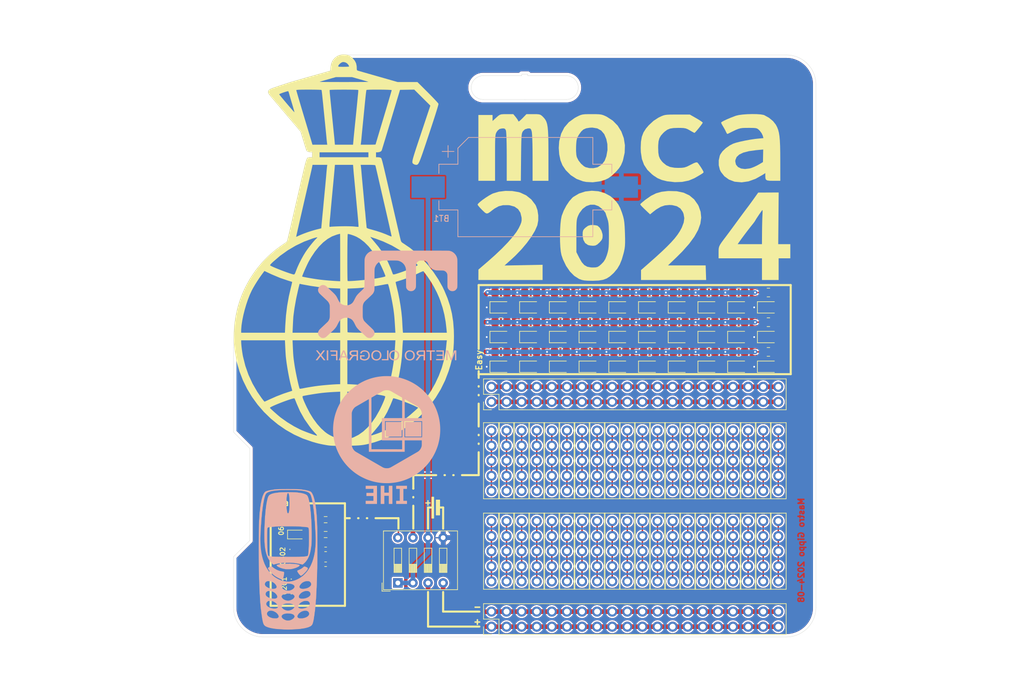
<source format=kicad_pcb>
(kicad_pcb (version 20240108) (generator "pcbnew") (generator_version "8.0")
  (layers (0 "F.Cu" signal) (31 "B.Cu" signal) (34 "B.Paste" user) (35 "F.Paste" user) (36 "B.SilkS" user "B.Silkscreen") (37 "F.SilkS" user "F.Silkscreen") (38 "B.Mask" user) (39 "F.Mask" user) (44 "Edge.Cuts" user))
  (net 0 "")
  (net 1 "Net-(BT1-+)")
  (net 2 "unconnected-(SW1-Pad3)")
  (net 3 "unconnected-(SW1-Pad4)")
  (net 4 "Net-(D1-A)")
  (net 5 "GND")
  (net 6 "Net-(D2-A)")
  (net 7 "Net-(D3-A)")
  (net 8 "Net-(D4-A)")
  (net 9 "Net-(D5-A)")
  (net 10 "Net-(D6-A)")
  (net 11 "Net-(D7-A)")
  (net 12 "Net-(D8-A)")
  (net 13 "Net-(D9-A)")
  (net 14 "Net-(D10-A)")
  (net 15 "Net-(D11-A)")
  (net 16 "Net-(D12-A)")
  (net 17 "Net-(D13-A)")
  (net 18 "Net-(D14-A)")
  (net 19 "Net-(D15-A)")
  (net 20 "Net-(D16-A)")
  (net 21 "+1V0")
  (net 22 "Net-(D17-A)")
  (net 23 "Net-(D18-A)")
  (net 24 "Net-(D19-A)")
  (net 25 "Net-(D20-A)")
  (net 26 "Net-(D21-A)")
  (net 27 "Net-(D22-A)")
  (net 28 "Net-(D23-A)")
  (net 29 "Net-(D24-A)")
  (net 30 "Net-(D25-A)")
  (net 31 "Net-(D26-A)")
  (net 32 "Net-(D27-A)")
  (net 33 "Net-(D28-A)")
  (net 34 "Net-(D29-A)")
  (net 35 "Net-(D30-A)")
  (net 36 "Net-(D31-A)")
  (net 37 "Net-(D32-A)")
  (net 38 "Net-(D33-A)")
  (net 39 "Net-(D34-A)")
  (net 40 "Net-(D35-A)")
  (net 41 "Net-(D36-A)")
  (net 42 "+1V1")
  (footprint "Connector_PinHeader_2.54mm:PinHeader_1x05_P2.54mm_Vertical_clean" (layer "F.Cu") (at 135.128 94.996)
    (property "Reference" "REF**" (hide yes))
    (property "Value" "PinHeader_1x05_P2.54mm_Vertical_clean" (hide yes))
  )
  (footprint "LED_SMD:LED_0805_2012Metric_Pad1.15x1.40mm_HandSolder" (layer "F.Cu") (at 141.25 84.25)
    (property "Reference" "D28" (hide yes))
    (property "Value" "LED")
  )
  (footprint "Resistor_SMD:R_0805_2012Metric_Pad1.20x1.40mm_HandSolder" (layer "F.Cu") (at 121.25 71.75)
    (property "Reference" "R4" (hide yes))
    (property "Value" "R")
  )
  (footprint "Connector_PinHeader_2.54mm:PinHeader_1x05_P2.54mm_Vertical_clean" (layer "F.Cu") (at 147.828 94.991)
    (property "Reference" "REF**" (hide yes))
    (property "Value" "PinHeader_1x05_P2.54mm_Vertical_clean" (hide yes))
  )
  (footprint "Resistor_SMD:R_0805_2012Metric_Pad1.20x1.40mm_HandSolder" (layer "F.Cu") (at 131.25 81.75)
    (property "Reference" "R26" (hide yes))
    (property "Value" "R")
  )
  (footprint "LED_SMD:LED_0805_2012Metric_Pad1.15x1.40mm_HandSolder" (layer "F.Cu") (at 131.25 74.25)
    (property "Reference" "D6" (hide yes))
    (property "Value" "LED")
  )
  (footprint "LED_SMD:LED_0805_2012Metric_Pad1.15x1.40mm_HandSolder" (layer "F.Cu") (at 121.25 84.25)
    (property "Reference" "D24" (hide yes))
    (property "Value" "LED")
  )
  (footprint "Resistor_SMD:R_0805_2012Metric_Pad1.20x1.40mm_HandSolder" (layer "F.Cu") (at 116.25 76.75)
    (property "Reference" "R13" (hide yes))
    (property "Value" "R")
  )
  (footprint "Resistor_SMD:R_0805_2012Metric_Pad1.20x1.40mm_HandSolder" (layer "F.Cu") (at 141.25 71.75)
    (property "Reference" "R8" (hide yes))
    (property "Value" "R")
  )
  (footprint "Connector_PinHeader_2.54mm:PinHeader_1x05_P2.54mm_Vertical_clean" (layer "F.Cu") (at 124.968 110.226)
    (property "Reference" "REF**" (hide yes))
    (property "Value" "PinHeader_1x05_P2.54mm_Vertical_clean" (hide yes))
  )
  (footprint "LED_SMD:LED_0805_2012Metric_Pad1.15x1.40mm_HandSolder" (layer "F.Cu") (at 151.25 79.25)
    (property "Reference" "D20" (hide yes))
    (property "Value" "LED")
  )
  (footprint "LED_SMD:LED_0805_2012Metric_Pad1.15x1.40mm_HandSolder" (layer "F.Cu") (at 106.25 74.25)
    (property "Reference" "D1" (hide yes))
    (property "Value" "LED")
  )
  (footprint "Button_Switch_THT:SW_DIP_SPSTx04_Slide_9.78x12.34mm_W7.62mm_P2.54mm" (layer "F.Cu") (at 88.9 120.65 90)
    (property "Reference" "SW1" (hide yes))
    (property "Value" "SW_DIP_x04")
  )
  (footprint "Connector_PinHeader_2.54mm:PinHeader_1x05_P2.54mm_Vertical_clean" (layer "F.Cu") (at 114.808 95.001)
    (property "Reference" "REF**" (hide yes))
    (property "Value" "PinHeader_1x05_P2.54mm_Vertical_clean" (hide yes))
  )
  (footprint "Connector_PinHeader_2.54mm:PinHeader_1x05_P2.54mm_Vertical_clean" (layer "F.Cu") (at 142.748 94.991)
    (property "Reference" "REF**" (hide yes))
    (property "Value" "PinHeader_1x05_P2.54mm_Vertical_clean" (hide yes))
  )
  (footprint "Resistor_SMD:R_0805_2012Metric_Pad1.20x1.40mm_HandSolder" (layer "F.Cu") (at 146.25 71.75)
    (property "Reference" "R9" (hide yes))
    (property "Value" "R")
  )
  (footprint "LED_SMD:LED_0603_1608Metric_Pad1.05x0.95mm_HandSolder" (layer "F.Cu") (at 72 110)
    (property "Reference" "D31" (hide yes))
    (property "Value" "LED" (hide yes))
  )
  (footprint "Resistor_SMD:R_0805_2012Metric_Pad1.20x1.40mm_HandSolder" (layer "F.Cu") (at 141.25 81.75)
    (property "Reference" "R28" (hide yes))
    (property "Value" "R")
  )
  (footprint "Resistor_SMD:R_0805_2012Metric_Pad1.20x1.40mm_HandSolder" (layer "F.Cu") (at 126.25 81.75)
    (property "Reference" "R25" (hide yes))
    (property "Value" "R")
  )
  (footprint "Resistor_SMD:R_0805_2012Metric_Pad1.20x1.40mm_HandSolder" (layer "F.Cu") (at 151.25 81.75)
    (property "Reference" "R30" (hide yes))
    (property "Value" "R")
  )
  (footprint "LED_SMD:LED_0805_2012Metric_Pad1.15x1.40mm_HandSolder" (layer "F.Cu") (at 121.25 79.25)
    (property "Reference" "D14" (hide yes))
    (property "Value" "LED")
  )
  (footprint "Resistor_SMD:R_0805_2012Metric_Pad1.20x1.40mm_HandSolder" (layer "F.Cu") (at 141.25 76.75)
    (property "Reference" "R18" (hide yes))
    (property "Value" "R")
  )
  (footprint "Resistor_SMD:R_0805_2012Metric_Pad1.20x1.40mm_HandSolder" (layer "F.Cu") (at 126.25 71.75)
    (property "Reference" "R5" (hide yes))
    (property "Value" "R")
  )
  (footprint "Connector_PinHeader_2.54mm:PinHeader_1x05_P2.54mm_Vertical_clean" (layer "F.Cu") (at 137.668 94.996)
    (property "Reference" "REF**" (hide yes))
    (property "Value" "PinHeader_1x05_P2.54mm_Vertical_clean" (hide yes))
  )
  (footprint "LED_SMD:LED_0805_2012Metric_Pad1.15x1.40mm_HandSolder" (layer "F.Cu") (at 121.25 74.25)
    (property "Reference" "D4" (hide yes))
    (property "Value" "LED")
  )
  (footprint "Connector_PinHeader_2.54mm:PinHeader_1x05_P2.54mm_Vertical_clean" (layer "F.Cu") (at 127.508 110.231)
    (property "Reference" "REF**" (hide yes))
    (property "Value" "PinHeader_1x05_P2.54mm_Vertical_clean" (hide yes))
  )
  (footprint "Connector_PinHeader_2.54mm:PinHeader_1x05_P2.54mm_Vertical_clean" (layer "F.Cu") (at 127.508 94.996)
    (property "Reference" "REF**" (hide yes))
    (property "Value" "PinHeader_1x05_P2.54mm_Vertical_clean" (hide yes))
  )
  (footprint "LED_SMD:LED_0805_2012Metric_Pad1.15x1.40mm_HandSolder" (layer "F.Cu") (at 136.25 79.25)
    (property "Reference" "D17" (hide yes))
    (property "Value" "LED")
  )
  (footprint "Resistor_SMD:R_0805_2012Metric_Pad1.20x1.40mm_HandSolder" (layer "F.Cu") (at 136.25 76.75)
    (property "Reference" "R17" (hide yes))
    (property "Value" "R")
  )
  (footprint "Connector_PinHeader_2.54mm:PinHeader_1x05_P2.54mm_Vertical_clean" (layer "F.Cu") (at 145.288 94.991)
    (property "Reference" "REF**" (hide yes))
    (property "Value" "PinHeader_1x05_P2.54mm_Vertical_clean" (hide yes))
  )
  (footprint "Resistor_SMD:R_0805_2012Metric_Pad1.20x1.40mm_HandSolder" (layer "F.Cu") (at 151.25 76.75)
    (property "Reference" "R20" (hide yes))
    (property "Value" "R")
  )
  (footprint "Connector_PinHeader_2.54mm:PinHeader_1x05_P2.54mm_Vertical_clean" (layer "F.Cu") (at 135.128 110.231)
    (property "Reference" "REF**" (hide yes))
    (property "Value" "PinHeader_1x05_P2.54mm_Vertical_clean" (hide yes))
  )
  (footprint "LED_SMD:LED_0805_2012Metric_Pad1.15x1.40mm_HandSolder" (layer "F.Cu") (at 146.25 74.25)
    (property "Reference" "D9" (hide yes))
    (property "Value" "LED")
  )
  (footprint "Connector_PinHeader_2.54mm:PinHeader_1x05_P2.54mm_Vertical_clean" (layer "F.Cu") (at 109.728 110.231)
    (property "Reference" "REF**" (hide yes))
    (property "Value" "PinHeader_1x05_P2.54mm_Vertical_clean" (hide yes))
  )
  (footprint "LED_SMD:LED_0201_0603Metric_Pad0.64x0.40mm_HandSolder" (layer "F.Cu") (at 72 120)
    (property "Reference" "D35" (hide yes))
    (property "Value" "LED" (hide yes))
  )
  (footprint "Connector_PinHeader_2.54mm:PinHeader_1x05_P2.54mm_Vertical_clean" (layer "F.Cu") (at 122.428 110.226)
    (property "Reference" "REF**" (hide yes))
    (property "Value" "PinHeader_1x05_P2.54mm_Vertical_clean" (hide yes))
  )
  (footprint "Resistor_SMD:R_0805_2012Metric_Pad1.20x1.40mm_HandSolder" (layer "F.Cu") (at 131.25 71.75)
    (property "Reference" "R6" (hide yes))
    (property "Value" "R")
  )
  (footprint "Connector_PinHeader_2.54mm:PinHeader_1x05_P2.54mm_Vertical_clean" (layer "F.Cu") (at 130.048 94.996)
    (property "Reference" "REF**" (hide yes))
    (property "Value" "PinHeader_1x05_P2.54mm_Vertical_clean" (hide yes))
  )
  (footprint "Connector_PinHeader_2.54mm:PinHeader_1x05_P2.54mm_Vertical_clean" (layer "F.Cu") (at 107.188 110.231)
    (property "Reference" "REF**" (hide yes))
    (property "Value" "PinHeader_1x05_P2.54mm_Vertical_clean" (hide yes))
  )
  (footprint "Connector_PinHeader_2.54mm:PinHeader_1x05_P2.54mm_Vertical_clean" (layer "F.Cu") (at 140.208 95.001)
    (property "Reference" "REF**" (hide yes))
    (property "Value" "PinHeader_1x05_P2.54mm_Vertical_clean" (hide yes))
  )
  (footprint "Resistor_SMD:R_0805_2012Metric_Pad1.20x1.40mm_HandSolder" (layer "F.Cu") (at 111.25 76.75)
    (property "Reference" "R12" (hide yes))
    (property "Value" "R")
  )
  (footprint "LED_SMD:LED_0805_2012Metric_Pad1.15x1.40mm_HandSolder" (layer "F.Cu") (at 106.25 84.25)
    (property "Reference" "D21" (hide yes))
    (property "Value" "LED")
  )
  (footprint "Connector_PinHeader_2.54mm:PinHeader_1x05_P2.54mm_Vertical_clean" (layer "F.Cu") (at 147.828 110.226)
    (property "Reference" "REF**" (hide yes))
    (property "Value" "PinHeader_1x05_P2.54mm_Vertical_clean" (hide yes))
  )
  (footprint "Resistor_SMD:R_0402_1005Metric_Pad0.72x0.64mm_HandSolder" (layer "F.Cu") (at 76.75 115 180)
    (property "Reference" "R33" (hide yes))
    (property "Value" "R" (hide yes))
  )
  (footprint "Resistor_SMD:R_0805_2012Metric_Pad1.20x1.40mm_HandSolder" (layer "F.Cu") (at 121.25 76.75)
    (property "Reference" "R14" (hide yes))
    (property "Value" "R")
  )
  (footprint "Connector_PinHeader_2.54mm:PinHeader_1x05_P2.54mm_Vertical_clean" (layer "F.Cu") (at 112.268 110.231)
    (property "Reference" "REF**" (hide yes))
    (property "Value" "PinHeader_1x05_P2.54mm_Vertical_clean" (hide yes))
  )
  (footprint "Connector_PinHeader_2.54mm:PinHeader_1x05_P2.54mm_Vertical_clean" (layer "F.Cu") (at 112.268 94.996)
    (property "Reference" "REF**" (hide yes))
    (property "Value" "PinHeader_1x05_P2.54mm_Vertical_clean" (hide yes))
  )
  (footprint "Connector_PinHeader_2.54mm:PinHeader_2x20_P2.54mm_Vertical" (layer "F.Cu") (at 104.648 128.016 90)
    (property "Reference" "REF**" (hide yes))
    (property "Value" "PinHeader_2x20_P2.54mm_Vertical" (hide yes))
  )
  (footprint "Resistor_SMD:R_0805_2012Metric_Pad1.20x1.40mm_HandSolder" (layer "F.Cu") (at 136.25 71.75)
    (property "Reference" "R7" (hide yes))
    (property "Value" "R")
  )
  (footprint "Resistor_SMD:R_0201_0603Metric_Pad0.64x0.40mm_HandSolder" (layer "F.Cu") (at 76.75 122.5 180)
    (property "Reference" "R36" (hide yes))
    (property "Value" "R" (hide yes))
  )
  (footprint "LED_SMD:LED_0805_2012Metric_Pad1.15x1.40mm_HandSolder" (layer "F.Cu") (at 116.25 84.25)
    (property "Reference" "D23" (hide yes))
    (property "Value" "LED")
  )
  (footprint "LED_SMD:LED_0805_2012Metric_Pad1.15x1.40mm_HandSolder" (layer "F.Cu") (at 106.25 79.25)
    (property "Reference" "D11" (hide yes))
    (property "Value" "LED")
  )
  (footprint "LED_SMD:LED_0805_2012Metric_Pad1.15x1.40mm_HandSolder" (layer "F.Cu") (at 111.25 84.25)
    (property "Reference" "D22" (hide yes))
    (property "Value" "LED")
  )
  (footprint "LED_SMD:LED_0805_2012Metric_Pad1.15x1.40mm_HandSolder" (layer "F.Cu") (at 131.25 84.25)
    (property "Reference" "D26" (hide yes))
    (property "Value" "LED")
  )
  (footprint "Connector_PinHeader_2.54mm:PinHeader_1x05_P2.54mm_Vertical_clean" (layer "F.Cu") (at 104.648 94.996)
    (property "Reference" "REF**" (hide yes))
    (property "Value" "PinHeader_1x05_P2.54mm_Vertical_clean" (hide yes))
  )
  (footprint "Connector_PinHeader_2.54mm:PinHeader_1x05_P2.54mm_Vertical_clean" (layer "F.Cu") (at 132.588 110.231)
    (property "Reference" "REF**" (hide yes))
    (property "Value" "PinHeader_1x05_P2.54mm_Vertical_clean" (hide yes))
  )
  (footprint "LED_SMD:LED_0805_2012Metric_Pad1.15x1.40mm_HandSolder" (layer "F.Cu") (at 151.25 84.25)
    (property "Reference" "D30" (hide yes))
    (property "Value" "LED")
  )
  (footprint "Resistor_SMD:R_0805_2012Metric_Pad1.20x1.40mm_HandSolder" (layer "F.Cu") (at 116.25 71.75)
    (property "Reference" "R3" (hide yes))
    (property "Value" "R")
  )
  (footprint "LED_SMD:LED_0201_0603Metric_Pad0.64x0.40mm_HandSolder" (layer "F.Cu") (at 72 122.5)
    (property "Reference" "D36" (hide yes))
    (property "Value" "LED" (hide yes))
  )
  (footprint "Connector_PinHeader_2.54mm:PinHeader_1x05_P2.54mm_Vertical_clean" (layer "F.Cu") (at 140.208 110.236)
    (property "Reference" "REF**" (hide yes))
    (property "Value" "PinHeader_1x05_P2.54mm_Vertical_clean" (hide yes))
  )
  (footprint "LED_SMD:LED_0805_2012Metric_Pad1.15x1.40mm_HandSolder" (layer "F.Cu") (at 126.25 79.25)
    (property "Reference" "D15" (hide yes))
    (property "Value" "LED")
  )
  (footprint "Resistor_SMD:R_0805_2012Metric_Pad1.20x1.40mm_HandSolder" (layer "F.Cu") (at 126.25 76.75)
    (property "Reference" "R15" (hide yes))
    (property "Value" "R")
  )
  (footprint "LED_SMD:LED_0805_2012Metric_Pad1.15x1.40mm_HandSolder" (layer "F.Cu") (at 111.25 74.25)
    (property "Reference" "D2" (hide yes))
    (property "Value" "LED")
  )
  (footprint "Connector_PinHeader_2.54mm:PinHeader_1x05_P2.54mm_Vertical_clean" (layer "F.Cu") (at 152.908 94.996)
    (property "Reference" "REF**" (hide yes))
    (property "Value" "PinHeader_1x05_P2.54mm_Vertical_clean" (hide yes))
  )
  (footprint "Connector_PinHeader_2.54mm:PinHeader_1x05_P2.54mm_Vertical_clean" (layer "F.Cu") (at 119.888 110.226)
    (property "Reference" "REF**" (hide yes))
    (property "Value" "PinHeader_1x05_P2.54mm_Vertical_clean" (hide yes))
  )
  (footprint "Connector_PinHeader_2.54mm:PinHeader_1x05_P2.54mm_Vertical_clean" (layer "F.Cu") (at 109.728 94.996)
    (property "Reference" "REF**" (hide yes))
    (property "Value" "PinHeader_1x05_P2.54mm_Vertical_clean" (hide yes))
  )
  (footprint "Connector_PinHeader_2.54mm:PinHeader_1x05_P2.54mm_Vertical_clean" (layer "F.Cu") (at 132.588 94.996)
    (property "Reference" "REF**" (hide yes))
    (property "Value" "PinHeader_1x05_P2.54mm_Vertical_clean" (hide yes))
  )
  (footprint "LOGO" (layer "F.Cu") (at 79.8 64.5)
    (property "Reference" "G***" (hide yes))
    (property "Value" "LOGO" (hide yes))
  )
  (footprint "Resistor_SMD:R_0805_2012Metric_Pad1.20x1.40mm_HandSolder" (layer "F.Cu") (at 146.25 81.75)
    (property "Reference" "R29" (hide yes))
    (property "Value" "R")
  )
  (footprint "LED_SMD:LED_0805_2012Metric_Pad1.15x1.40mm_HandSolder" (layer "F.Cu") (at 126.25 74.25)
    (property "Reference" "D5" (hide yes))
    (property "Value" "LED")
  )
  (footprint "LOGO" (layer "F.Cu") (at 128.55 55.75)
    (property "Reference" "G***" (hide yes))
    (property "Value" "LOGO" (hide yes))
  )
  (footprint "Connector_PinHeader_2.54mm:PinHeader_2x20_P2.54mm_Vertical" (layer "F.Cu") (at 104.648 90.165 90)
    (property "Reference" "REF**" (hide yes))
    (property "Value" "PinHeader_2x20_P2.54mm_Vertical" (hide yes))
  )
  (footprint "Connector_PinHeader_2.54mm:PinHeader_1x05_P2.54mm_Vertical_clean" (layer "F.Cu") (at 150.368 94.991)
    (property "Reference" "REF**" (hide yes))
    (property "Value" "PinHeader_1x05_P2.54mm_Vertical_clean" (hide yes))
  )
  (footprint "Connector_PinHeader_2.54mm:PinHeader_1x05_P2.54mm_Vertical_clean" (layer "F.Cu") (at 150.368 110.226)
    (property "Reference" "REF**" (hide yes))
    (property "Value" "PinHeader_1x05_P2.54mm_Vertical_clean" (hide yes))
  )
  (footprint "LED_SMD:LED_0805_2012Metric_Pad1.15x1.40mm_HandSolder" (layer "F.Cu") (at 141.25 79.25)
    (property "Reference" "D18" (hide yes))
    (property "Value" "LED")
  )
  (footprint "Connector_PinHeader_2.54mm:PinHeader_1x05_P2.54mm_Vertical_clean" (layer "F.Cu") (at 124.968 94.991)
    (property "Reference" "REF**" (hide yes))
    (property "Value" "PinHeader_1x05_P2.54mm_Vertical_clean" (hide yes))
  )
  (footprint "LED_SMD:LED_0805_2012Metric_Pad1.15x1.40mm_HandSolder" (layer "F.Cu") (at 126.25 84.25)
    (property "Reference" "D25" (hide yes))
    (property "Value" "LED")
  )
  (footprint "Resistor_SMD:R_0603_1608Metric_Pad0.98x0.95mm_HandSolder" (layer "F.Cu") (at 76.75 110 180)
    (property "Reference" "R31" (hide yes))
    (property "Value" "R" (hide yes))
  )
  (footprint "LED_SMD:LED_0805_2012Metric_Pad1.15x1.40mm_HandSolder" (layer "F.Cu") (at 151.25 74.25)
    (property "Reference" "D10" (hide yes))
    (property "Value" "LED")
  )
  (footprint "Resistor_SMD:R_0805_2012Metric_Pad1.20x1.40mm_HandSolder" (layer "F.Cu") (at 131.25 76.75)
    (property "Reference" "R16" (hide yes))
    (property "Value" "R")
  )
  (footprint "Connector_PinHeader_2.54mm:PinHeader_1x05_P2.54mm_Vertical_clean" (layer "F.Cu") (at 107.188 94.996)
    (property "Reference" "REF**" (hide yes))
    (property "Value" "PinHeader_1x05_P2.54mm_Vertical_clean" (hide yes))
  )
  (footprint "Resistor_SMD:R_0805_2012Metric_Pad1.20x1.40mm_HandSolder" (layer "F.Cu") (at 121.25 81.75)
    (property "Reference" "R24" (hide yes))
    (property "Value" "R")
  )
  (footprint "LED_SMD:LED_0402_1005Metric_Pad0.77x0.64mm_HandSolder" (layer "F.Cu") (at 72 117.5)
    (property "Reference" "D34" (hide yes))
    (property "Value" "LED" (hide yes))
  )
  (footprint "LED_SMD:LED_0805_2012Metric_Pad1.15x1.40mm_HandSolder" (layer "F.Cu") (at 131.25 79.25)
    (property "Reference" "D16" (hide yes))
    (property "Value" "LED")
  )
  (footprint "LED_SMD:LED_0402_1005Metric_Pad0.77x0.64mm_HandSolder" (layer "F.Cu") (at 72 115)
    (property "Reference" "D33" (hide yes))
    (property "Value" "LED" (hide yes))
  )
  (footprint "Resistor_SMD:R_0805_2012Metric_Pad1.20x1.40mm_HandSolder" (layer "F.Cu") (at 106.25 81.75)
    (property "Reference" "R21" (hide yes))
    (property "Value" "R")
  )
  (footprint "Connector_PinHeader_2.54mm:PinHeader_1x05_P2.54mm_Vertical_clean" (layer "F.Cu") (at 137.668 110.231)
    (property "Reference" "REF**" (hide yes))
    (property "Value" "PinHeader_1x05_P2.54mm_Vertical_clean" (hide yes))
  )
  (footprint "LED_SMD:LED_0805_2012Metric_Pad1.15x1.40mm_HandSolder" (layer "F.Cu") (at 136.25 84.25)
    (property "Reference" "D27" (hide yes))
    (property "Value" "LED")
  )
  (footprint "Resistor_SMD:R_0805_2012Metric_Pad1.20x1.40mm_HandSolder" (layer "F.Cu") (at 146.25 76.75)
    (property "Reference" "R19" (hide yes))
    (property "Value" "R")
  )
  (footprint "Resistor_SMD:R_0805_2012Metric_Pad1.20x1.40mm_HandSolder" (layer "F.Cu") (at 106.25 76.75)
    (property "Reference" "R11" (hide yes))
    (property "Value" "R")
  )
  (footprint "Resistor_SMD:R_0805_2012Metric_Pad1.20x1.40mm_HandSolder" (layer "F.Cu") (at 136.25 81.75)
    (property "Reference" "R27" (hide yes))
    (property "Value" "R")
  )
  (footprint "LED_SMD:LED_0805_2012Metric_Pad1.15x1.40mm_HandSolder" (layer "F.Cu") (at 116.25 74.25)
    (property "Reference" "D3" (hide yes))
    (property "Value" "LED")
  )
  (footprint "Connector_PinHeader_2.54mm:PinHeader_1x05_P2.54mm_Vertical_clean" (layer "F.Cu") (at 117.348 110.226)
    (property "Reference" "REF**" (hide yes))
    (property "Value" "PinHeader_1x05_P2.54mm_Vertical_clean" (hide yes))
  )
  (footprint "Connector_PinHeader_2.54mm:PinHeader_1x05_P2.54mm_Vertical_clean" (layer "F.Cu") (at 104.648 110.231)
    (property "Reference" "REF**" (hide yes))
    (property "Value" "PinHeader_1x05_P2.54mm_Vertical_clean" (hide yes))
  )
  (footprint "Resistor_SMD:R_0805_2012Metric_Pad1.20x1.40mm_HandSolder" (layer "F.Cu") (at 151.25 71.75)
    (property "Reference" "R10" (hide yes))
    (property "Value" "R")
  )
  (footprint "Connector_PinHeader_2.54mm:PinHeader_1x05_P2.54mm_Vertical_clean" (layer "F.Cu") (at 145.288 110.226)
    (property "Reference" "REF**" (hide yes))
    (property "Value" "PinHeader_1x05_P2.54mm_Vertical_clean" (hide yes))
  )
  (footprint "Connector_PinHeader_2.54mm:PinHeader_1x05_P2.54mm_Vertical_clean" (layer "F.Cu") (at 122.428 94.991)
    (property "Reference" "REF**" (hide yes))
    (property "Value" "PinHeader_1x05_P2.54mm_Vertical_clean" (hide yes))
  )
  (footprint "LED_SMD:LED_0805_2012Metric_Pad1.15x1.40mm_HandSolder" (layer "F.Cu") (at 146.25 84.25)
    (property "Reference" "D29" (hide yes))
    (property "Value" "LED")
  )
  (footprint "LOGO" (layer "F.Cu") (at 32.95 57.7)
    (property "Reference" "G***" (hide yes))
    (property "Value" "LOGO" (hide yes))
  )
  (footprint "Resistor_SMD:R_0805_2012Metric_Pad1.20x1.40mm_HandSolder" (layer "F.Cu") (at 116.25 81.75)
    (property "Reference" "R23" (hide yes))
    (property "Value" "R")
  )
  (footprint "Resistor_SMD:R_0805_2012Metric_Pad1.20x1.40mm_HandSolder" (layer "F.Cu") (at 106.25 71.75)
    (property "Reference" "R1" (hide yes))
    (property "Value" "R")
  )
  (footprint "Resistor_SMD:R_0603_1608Metric_Pad0.98x0.95mm_HandSolder" (layer "F.Cu") (at 76.75 112.5 180)
    (property "Reference" "R32" (hide yes))
    (property "Value" "R" (hide yes))
  )
  (footprint "Resistor_SMD:R_0201_0603Metric_Pad0.64x0.40mm_HandSolder" (layer "F.Cu") (at 76.75 120 180)
    (property "Reference" "R35" (hide yes))
    (property "Value" "R" (hide yes))
  )
  (footprint "Connector_PinHeader_2.54mm:PinHeader_1x05_P2.54mm_Vertical_clean" (layer "F.Cu") (at 119.888 94.991)
    (property "Reference" "REF**" (hide yes))
    (property "Value" "PinHeader_1x05_P2.54mm_Vertical_clean" (hide yes))
  )
  (footprint "Connector_PinHeader_2.54mm:PinHeader_1x05_P2.54mm_Vertical_clean" (layer "F.Cu") (at 130.048 110.231)
    (property "Reference" "REF**" (hide yes))
    (property "Value" "PinHeader_1x05_P2.54mm_Vertical_clean" (hide yes))
  )
  (footprint "LED_SMD:LED_0805_2012Metric_Pad1.15x1.40mm_HandSolder" (layer "F.Cu") (at 136.25 74.25)
    (property "Reference" "D7" (hide yes))
    (property "Value" "LED")
  )
  (footprint "Connector_PinHeader_2.54mm:PinHeader_1x05_P2.54mm_Vertical_clean" (layer "F.Cu") (at 152.908 110.231)
    (property "Reference" "REF**" (hide yes))
    (property "Value" "PinHeader_1x05_P2.54mm_Vertical_clean" (hide yes))
  )
  (footprint "Resistor_SMD:R_0805_2012Metric_Pad1.20x1.40mm_HandSolder" (layer "F.Cu") (at 111.25 81.75)
    (property "Reference" "R22" (hide yes))
    (property "Value" "R")
  )
  (footprint "Connector_PinHeader_2.54mm:PinHeader_1x05_P2.54mm_Vertical_clean" (layer "F.Cu") (at 117.348 94.991)
    (property "Reference" "REF**" (hide yes))
    (property "Value" "PinHeader_1x05_P2.54mm_Vertical_clean" (hide yes))
  )
  (footprint "LED_SMD:LED_0805_2012Metric_Pad1.15x1.40mm_HandSolder" (layer "F.Cu") (at 141.25 74.25)
    (property "Reference" "D8" (hide yes))
    (property "Value" "LED")
  )
  (footprint "Resistor_SMD:R_0805_2012Metric_Pad1.20x1.40mm_HandSolder" (layer "F.Cu") (at 111.25 71.75)
    (property "Reference" "R2" (hide yes))
    (property "Value" "R")
  )
  (footprint "LED_SMD:LED_0805_2012Metric_Pad1.15x1.40mm_HandSolder" (layer "F.Cu") (at 111.25 79.25)
    (property "Reference" "D12" (hide yes))
    (property "Value" "LED")
  )
  (footprint "LED_SMD:LED_0805_2012Metric_Pad1.15x1.40mm_HandSolder" (layer "F.Cu") (at 116.25 79.25)
    (property "Reference" "D13" (hide yes))
    (property "Value" "LED")
  )
  (footprint "LED_SMD:LED_0603_1608Metric_Pad1.05x0.95mm_HandSolder" (layer "F.Cu") (at 72.0025 112.5)
    (property "Reference" "D32" (hide yes))
    (property "Value" "LED" (hide yes))
  )
  (footprint "LED_SMD:LED_0805_2012Metric_Pad1.15x1.40mm_HandSolder" (layer "F.Cu") (at 146.25 79.25)
    (property "Reference" "D19" (hide yes))
    (property "Value" "LED")
  )
  (footprint "Connector_PinHeader_2.54mm:PinHeader_1x05_P2.54mm_Vertical_clean" (layer "F.Cu") (at 114.808 110.236)
    (property "Reference" "REF**" (hide yes))
    (property "Value" "PinHeader_1x05_P2.54mm_Vertical_clean" (hide yes))
  )
  (footprint "Resistor_SMD:R_0402_1005Metric_Pad0.72x0.64mm_HandSolder" (layer "F.Cu") (at 76.75 117.5 180)
    (property "Reference" "R34" (hide yes))
    (property "Value" "R" (hide yes))
  )
  (footprint "Connector_PinHeader_2.54mm:PinHeader_1x05_P2.54mm_Vertical_clean" (layer "F.Cu") (at 142.748 110.226)
    (property "Reference" "REF**" (hide yes))
    (property "Value" "PinHeader_1x05_P2.54mm_Vertical_clean" (hide yes))
  )
  (footprint "MastroGippo:3310" (layer "B.Cu") (at 70.6 116.7 180)
    (property "Reference" "G***" (hide yes))
    (property "Value" "3310" (hide yes))
  )
  (footprint "LOGO" (layer "B.Cu") (at 87.161829 73.959913 180)
    (property "Reference" "G***" (hide yes))
    (property "Value" "LOGO" (hide yes))
  )
  (footprint "Battery:BatteryHolder_Keystone_1060_1x2032" (layer "B.Cu") (at 110.35 54)
    (property "Reference" "BT1")
    (property "Value" "Battery_Cell")
  )
  (footprint "LOGO" (layer "B.Cu") (at 70.6 116.7 180)
    (property "Reference" "G***" (hide yes))
    (property "Value" "LOGO" (hide yes))
  )
  (footprint "LOGO" (layer "B.Cu") (at 86.8 94.9 180)
    (property "Reference" "G***" (hide yes))
    (property "Value" "LOGO" (hide yes))
  )
  (gr_line (start 93.98 128) (end 102.616 128) (stroke (width 0.35)) (layer "F.SilkS"))
  (gr_line (start 102.5 85.5) (end 155 85.5) (stroke (width 0.35)) (layer "F.SilkS"))
  (gr_line (start 102.5 85) (end 102.5 85.5) (stroke (width 0.35)) (layer "F.SilkS"))
  (gr_line (start 89 109.75) (end 80 109.75) (stroke (width 0.35) (type dash_dot_dot)) (layer "F.SilkS"))
  (gr_line (start 155 70.5) (end 102.5 70.5) (stroke (width 0.35)) (layer "F.SilkS"))
  (gr_line (start 93.98 122.174) (end 93.98 128) (stroke (width 0.35)) (layer "F.SilkS"))
  (gr_line (start 93.98 107.95) (end 94.488 107.95) (stroke (width 0.35)) (layer "F.SilkS"))
  (gr_line (start 91.5 104.75) (end 91.5 102.5) (stroke (width 0.35) (type dash_dot_dot)) (layer "F.SilkS"))
  (gr_line (start 96.52 107.95) (end 96.012 107.95) (stroke (width 0.35)) (layer "F.SilkS"))
  (gr_line (start 155 85.5) (end 155 70.5) (stroke (width 0.35)) (layer "F.SilkS"))
  (gr_line (start 102.5 70.5) (end 102.5 81.25) (stroke (width 0.35)) (layer "F.SilkS"))
  (gr_line (start 80 107.25) (end 72.5 107.25) (stroke (width 0.35)) (layer "F.SilkS"))
  (gr_line (start 102.5 102.5) (end 102.5 85.5) (stroke (width 0.35) (type dash_dot_dot)) (layer "F.SilkS"))
  (gr_line (start 91.5 111.5) (end 91.5 104.75) (stroke (width 0.35) (type dash_dot_dot)) (layer "F.SilkS"))
  (gr_line (start 67.5 124.5) (end 80 124.5) (stroke (width 0.35)) (layer "F.SilkS"))
  (gr_rect (start 94.600832 106.192668) (end 94.949069 109.748668) (stroke (width 0.1)) (fill solid) (layer "F.SilkS"))
  (gr_line (start 96.52 125.476) (end 102.616 125.476) (stroke (width 0.35)) (layer "F.SilkS"))
  (gr_line (start 80 124.5) (end 80 107.25) (stroke (width 0.35)) (layer "F.SilkS"))
  (gr_line (start 91.5 102.5) (end 102.5 102.5) (stroke (width 0.35) (type dash_dot_dot)) (layer "F.SilkS"))
  (gr_line (start 93.98 111.506) (end 93.98 107.95) (stroke (width 0.35)) (layer "F.SilkS"))
  (gr_line (start 96.52 122.174) (end 96.52 125.476) (stroke (width 0.35)) (layer "F.SilkS"))
  (gr_line (start 68.25 107.25) (end 67.5 107.25) (stroke (width 0.35)) (layer "F.SilkS"))
  (gr_line (start 89 111.5) (end 89 109.75) (stroke (width 0.35) (type dash_dot_dot)) (layer "F.SilkS"))
  (gr_line (start 67.5 107.25) (end 67.5 124.5) (stroke (width 0.35)) (layer "F.SilkS"))
  (gr_line (start 96.52 111.506) (end 96.52 107.95) (stroke (width 0.35)) (layer "F.SilkS"))
  (gr_rect (start 95.343039 106.68) (end 95.947817 109.22) (stroke (width 0.1)) (fill solid) (layer "F.SilkS"))
  (gr_line (start 61.25 116.25) (end 61.25 124.75) (stroke (width 0.05)) (layer "Edge.Cuts"))
  (gr_line (start 74 49) (end 74.5 49) (stroke (width 0.05)) (layer "Edge.Cuts"))
  (gr_line (start 77.4 34.5) (end 77.6 34.4) (stroke (width 0.05)) (layer "Edge.Cuts"))
  (gr_line (start 109.75 35) (end 110.75 35) (stroke (width 0.05)) (layer "Edge.Cuts"))
  (gr_line (start 74.5 48.1) (end 73.85 48.05) (stroke (width 0.05)) (layer "Edge.Cuts"))
  (gr_line (start 110.75 35.25) (end 117.25 35.25) (stroke (width 0.05)) (layer "Edge.Cuts"))
  (gr_line (start 74.5 49) (end 74.5 48.1) (stroke (width 0.05)) (layer "Edge.Cuts"))
  (gr_line (start 73.4 49.85) (end 73.6 49.25) (stroke (width 0.05)) (layer "Edge.Cuts"))
  (gr_line (start 61.25 81) (end 61.420254 77.30654) (stroke (width 0.05)) (layer "Edge.Cuts"))
  (gr_arc (start 159.25 124.75) (mid 157.785534 128.285534) (end 154.25 129.75) (stroke (width 0.05)) (layer "Edge.Cuts"))
  (gr_line (start 70.305033 63.1) (end 73.4 49.85) (stroke (width 0.05)) (layer "Edge.Cuts"))
  (gr_line (start 67.3 37.6) (end 67.6 37.4) (stroke (width 0.05)) (layer "Edge.Cuts"))
  (gr_arc (start 66.25 129.75) (mid 62.714466 128.285534) (end 61.25 124.75) (stroke (width 0.05)) (layer "Edge.Cuts"))
  (gr_line (start 109.75 35.25) (end 103.25 35.25) (stroke (width 0.05)) (layer "Edge.Cuts"))
  (gr_line (start 67.1 37.8) (end 67.3 37.6) (stroke (width 0.05)) (layer "Edge.Cuts"))
  (gr_arc (start 103.25 39.25) (mid 101.25 37.25) (end 103.25 35.25) (stroke (width 0.05)) (layer "Edge.Cuts"))
  (gr_line (start 66.25 129.75) (end 154.25 129.75) (stroke (width 0.05)) (layer "Edge.Cuts"))
  (gr_line (start 109.75 35.25) (end 109.75 35) (stroke (width 0.05)) (layer "Edge.Cuts"))
  (gr_arc (start 154.25 31.75) (mid 157.785534 33.214466) (end 159.25 36.75) (stroke (width 0.05)) (layer "Edge.Cuts"))
  (gr_line (start 159.25 124.75) (end 159.25 36.75) (stroke (width 0.05)) (layer "Edge.Cuts"))
  (gr_line (start 70.305033 63.200001) (end 70.305033 63.1) (stroke (width 0.05)) (layer "Edge.Cuts"))
  (gr_line (start 67.1 38.1) (end 67.1 37.8) (stroke (width 0.05)) (layer "Edge.Cuts"))
  (gr_line (start 110.25 39.25) (end 117.25 39.25) (stroke (width 0.05)) (layer "Edge.Cuts"))
  (gr_arc (start 77.659722 33.594411) (mid 78.303105 32.298773) (end 79.650028 31.75) (stroke (width 0.05)) (layer "Edge.Cuts"))
  (gr_arc (start 117.25 35.25) (mid 119.25 37.25) (end 117.25 39.25) (stroke (width 0.05)) (layer "Edge.Cuts"))
  (gr_line (start 61.25 95.25) (end 64 98) (stroke (width 0.05)) (layer "Edge.Cuts"))
  (gr_line (start 61.25 81) (end 61.25 95.25) (stroke (width 0.05)) (layer "Edge.Cuts"))
  (gr_line (start 73.85 48.05) (end 73.6 47.9) (stroke (width 0.05)) (layer "Edge.Cuts"))
  (gr_line (start 73.525 47.75) (end 72.55 44.65) (stroke (width 0.05)) (layer "Edge.Cuts"))
  (gr_line (start 73.6 47.9) (end 73.525 47.75) (stroke (width 0.05)) (layer "Edge.Cuts"))
  (gr_arc (start 61.420254 77.30654) (mid 63.738933 69.917427) (end 70.305033 63.200001) (stroke (width 0.05)) (layer "Edge.Cuts"))
  (gr_line (start 154.25 31.75) (end 79.650028 31.75) (stroke (width 0.05)) (layer "Edge.Cuts"))
  (gr_line (start 110.75 35) (end 110.75 35.25) (stroke (width 0.05)) (layer "Edge.Cuts"))
  (gr_line (start 64 113.5) (end 61.5 116) (stroke (width 0.05)) (layer "Edge.Cuts"))
  (gr_line (start 70.9 36.3) (end 77.4 34.5) (stroke (width 0.05)) (layer "Edge.Cuts"))
  (gr_line (start 77.6 34.4) (end 77.659722 33.594411) (stroke (width 0.05)) (layer "Edge.Cuts"))
  (gr_line (start 110.25 39.25) (end 103.25 39.25) (stroke (width 0.05)) (layer "Edge.Cuts"))
  (gr_line (start 67.6 37.4) (end 70.9 36.3) (stroke (width 0.05)) (layer "Edge.Cuts"))
  (gr_line (start 61.5 116) (end 61.25 116.25) (stroke (width 0.05)) (layer "Edge.Cuts"))
  (gr_line (start 67.2 38.3) (end 67.1 38.1) (stroke (width 0.05)) (layer "Edge.Cuts"))
  (gr_line (start 73.6 49.25) (end 73.75 49.05) (stroke (width 0.05)) (layer "Edge.Cuts"))
  (gr_line (start 64 98) (end 64 113.5) (stroke (width 0.05)) (layer "Edge.Cuts"))
  (gr_line (start 72.55 44.65) (end 67.2 38.3) (stroke (width 0.05)) (layer "Edge.Cuts"))
  (gr_line (start 73.75 49.05) (end 74 49) (stroke (width 0.05)) (layer "Edge.Cuts"))
  (gr_text "Mastro Gippo 2024-08" (at 157.353 106.172 90) (layer "B.Cu" knockout) (effects (font (size 1 1) (thickness 0.25) (bold yes)) (justify left bottom mirror)))
  (gr_text "ILMOG-WAG" (at 72.6 127.9 0) (layer "B.Cu" knockout) (effects (font (size 0.5 0.5) (thickness 0.1) (bold yes)) (justify left bottom mirror)))
  (gr_text "IHE" (at 87 107.859913 0) (layer "B.SilkS") (effects (font (size 3 3) (thickness 0.75) (bold yes)) (justify bottom mirror)))
  (gr_text "0402" (at 70 117.75 90) (layer "F.SilkS") (effects (font (size 0.8 0.8)) (justify left bottom)))
  (gr_text "+" (at 93.218 107.696 0) (layer "F.SilkS") (effects (font (size 1 1) (thickness 0.2) (bold yes)) (justify left bottom)))
  (gr_text "+" (at 101.5 127.75 0) (layer "F.SilkS") (effects (font (size 1 1) (thickness 0.25) (bold yes)) (justify left bottom)))
  (gr_text "-" (at 101.5 125.25 0) (layer "F.SilkS") (effects (font (size 1 1) (thickness 0.25) (bold yes)) (justify left bottom)))
  (gr_text "0201" (at 70.25 122.75 90) (layer "F.SilkS") (effects (font (size 0.8 0.8)) (justify left bottom)))
  (gr_text "0603" (at 69.75 112.75 90) (layer "F.SilkS") (effects (font (size 0.8 0.8)) (justify left bottom)))
  (gr_text "Easy" (at 103.141894 84.967004 90) (layer "F.SilkS") (effects (font (size 1 1) (thickness 0.2) (bold yes)) (justify left bottom)))
  (gr_text "Hard" (at 68.5 107.75 0) (layer "F.SilkS") (effects (font (size 1 1) (thickness 0.2) (bold yes)) (justify left bottom)))
  (segment (start 109.728 110.236) (end 109.728 120.396) (width 0.25) (layer "F.Cu") (net 0))
  (segment (start 152.908 95.001) (end 152.908 105.161) (width 0.25) (layer "F.Cu") (net 0))
  (segment (start 122.428 94.996) (end 122.428 105.156) (width 0.25) (layer "F.Cu") (net 0))
  (segment (start 142.748 110.231) (end 142.748 120.391) (width 0.25) (layer "F.Cu") (net 0))
  (segment (start 124.968 110.231) (end 124.968 120.391) (width 0.25) (layer "F.Cu") (net 0))
  (segment (start 112.268 95.001) (end 112.268 105.161) (width 0.25) (layer "F.Cu") (net 0))
  (segment (start 104.648 110.236) (end 104.648 120.396) (width 0.25) (layer "F.Cu") (net 0))
  (segment (start 137.668 110.236) (end 137.668 120.396) (width 0.25) (layer "F.Cu") (net 0))
  (segment (start 127.508 110.236) (end 127.508 120.396) (width 0.25) (layer "F.Cu") (net 0))
  (segment (start 107.188 95.001) (end 107.188 105.161) (width 0.25) (layer "F.Cu") (net 0))
  (segment (start 130.048 95.001) (end 130.048 105.161) (width 0.25) (layer "F.Cu") (net 0))
  (segment (start 119.888 110.231) (end 119.888 120.391) (width 0.25) (layer "F.Cu") (net 0))
  (segment (start 107.188 110.236) (end 107.188 120.396) (width 0.25) (layer "F.Cu") (net 0))
  (segment (start 150.368 110.231) (end 150.368 120.391) (width 0.25) (layer "F.Cu") (net 0))
  (segment (start 152.908 90.165) (end 104.648 90.165) (width 0.8) (layer "F.Cu") (net 0))
  (segment (start 152.908 110.236) (end 152.908 120.396) (width 0.25) (layer "F.Cu") (net 0))
  (segment (start 114.808 110.241) (end 114.808 120.401) (width 0.25) (layer "F.Cu") (net 0))
  (segment (start 147.828 110.231) (end 147.828 120.391) (width 0.25) (layer "F.Cu") (net 0))
  (segment (start 135.128 110.236) (end 135.128 120.396) (width 0.25) (layer "F.Cu") (net 0))
  (segment (start 122.428 110.231) (end 122.428 120.391) (width 0.25) (layer "F.Cu") (net 0))
  (segment (start 132.588 110.236) (end 132.588 120.396) (width 0.25) (layer "F.Cu") (net 0))
  (segment (start 140.208 95.006) (end 140.208 105.166) (width 0.25) (layer "F.Cu") (net 0))
  (segment (start 124.968 94.996) (end 124.968 105.156) (width 0.25) (layer "F.Cu") (net 0))
  (segment (start 135.128 95.001) (end 135.128 105.161) (width 0.25) (layer "F.Cu") (net 0))
  (segment (start 117.348 94.996) (end 117.348 105.156) (width 0.25) (layer "F.Cu") (net 0))
  (segment (start 137.668 95.001) (end 137.668 105.161) (width 0.25) (layer "F.Cu") (net 0))
  (segment (start 142.748 94.996) (end 142.748 105.156) (width 0.25) (layer "F.Cu") (net 0))
  (segment (start 130.048 110.236) (end 130.048 120.396) (width 0.25) (layer "F.Cu") (net 0))
  (segment (start 119.888 94.996) (end 119.888 105.156) (width 0.25) (layer "F.Cu") (net 0))
  (segment (start 145.288 110.231) (end 145.288 120.391) (width 0.25) (layer "F.Cu") (net 0))
  (segment (start 132.588 95.001) (end 132.588 105.161) (width 0.25) (layer "F.Cu") (net 0))
  (segment (start 117.348 110.231) (end 117.348 120.391) (width 0.25) (layer "F.Cu") (net 0))
  (segment (start 104.648 95.001) (end 104.648 105.161) (width 0.25) (layer "F.Cu") (net 0))
  (segment (start 112.268 110.236) (end 112.268 120.396) (width 0.25) (layer "F.Cu") (net 0))
  (segment (start 109.728 95.001) (end 109.728 105.161) (width 0.25) (layer "F.Cu") (net 0))
  (segment (start 150.368 94.996) (end 150.368 105.156) (width 0.25) (layer "F.Cu") (net 0))
  (segment (start 147.828 94.996) (end 147.828 105.156) (width 0.25) (layer "F.Cu") (net 0))
  (segment (start 127.508 95.001) (end 127.508 105.161) (width 0.25) (layer "F.Cu") (net 0))
  (segment (start 140.208 110.241) (end 140.208 120.401) (width 0.25) (layer "F.Cu") (net 0))
  (segment (start 145.288 94.996) (end 145.288 105.156) (width 0.25) (layer "F.Cu") (net 0))
  (segment (start 114.808 95.006) (end 114.808 105.166) (width 0.25) (layer "F.Cu") (net 0))
  (segment (start 104.648 87.625) (end 152.908 87.625) (width 0.8) (layer "F.Cu") (net 0))
  (segment (start 91.44 118.11) (end 93.98 115.57) (width 0.8) (layer "B.Cu") (net 1))
  (segment (start 94 54) (end 93.98 54.02) (width 0.8) (layer "B.Cu") (net 1))
  (segment (start 93.98 54.02) (end 93.98 113.03) (width 0.8) (layer "B.Cu") (net 1))
  (segment (start 93.98 115.57) (end 93.98 113.03) (width 0.8) (layer "B.Cu") (net 1))
  (segment (start 91.44 120.65) (end 91.44 118.11) (width 0.8) (layer "B.Cu") (net 1))
  (segment (start 88.9 120.65) (end 91.44 120.65) (width 0.8) (layer "B.Cu") (net 1))
  (segment (start 104.648 128.016) (end 152.908 128.016) (width 0.8) (layer "F.Cu") (net 2))
  (segment (start 94 128) (end 104.75 128) (width 0.8) (layer "F.Cu") (net 2))
  (segment (start 93.98 120.65) (end 93.98 127.98) (width 0.8) (layer "F.Cu") (net 2))
  (segment (start 93.98 127.98) (end 94 128) (width 0.8) (layer "F.Cu") (net 2))
  (segment (start 96.52 120.65) (end 96.52 125.27) (width 0.8) (layer "F.Cu") (net 3))
  (segment (start 104.648 125.476) (end 152.908 125.476) (width 0.8) (layer "F.Cu") (net 3))
  (segment (start 96.75 125.5) (end 104.75 125.5) (width 0.8) (layer "F.Cu") (net 3))
  (segment (start 96.52 125.27) (end 96.75 125.5) (width 0.8) (layer "F.Cu") (net 3))
  (segment (start 107.25 74.225) (end 107.275 74.25) (width 0.25) (layer "F.Cu") (net 4))
  (segment (start 107.25 71.75) (end 107.25 74.225) (width 0.25) (layer "F.Cu") (net 4))
  (segment (start 96.52 113.03) (end 96.52 111.33) (width 0.8) (layer "F.Cu") (net 5))
  (segment (start 96.55 111.3) (end 96.55 114.65) (width 0.8) (layer "F.Cu") (net 5))
  (segment (start 96.52 113.03) (end 97.93 113.03) (width 0.8) (layer "F.Cu") (net 5))
  (segment (start 96.52 111.33) (end 96.55 111.3) (width 0.8) (layer "F.Cu") (net 5))
  (segment (start 97.93 113.03) (end 97.95 113.05) (width 0.8) (layer "F.Cu") (net 5))
  (segment (start 96.55 114.65) (end 96.5 114.7) (width 0.8) (layer "F.Cu") (net 5))
  (via (at 103.85 84.25) (size 0.6) (drill 0.3) (layers "F.Cu" "B.Cu") (net 5))
  (via (at 148.85 79.25) (size 0.6) (drill 0.3) (layers "F.Cu" "B.Cu") (net 5))
  (via (at 148.85 84.25) (size 0.6) (drill 0.3) (layers "F.Cu" "B.Cu") (net 5))
  (via (at 103.85 74.25) (size 0.6) (drill 0.3) (layers "F.Cu" "B.Cu") (net 5))
  (via (at 103.85 79.25) (size 0.6) (drill 0.3) (layers "F.Cu" "B.Cu") (net 5))
  (via (at 148.85 74.25) (size 0.6) (drill 0.3) (layers "F.Cu" "B.Cu") (net 5))
  (segment (start 96.52 113.03) (end 96.52 111.33) (width 0.8) (layer "B.Cu") (net 5))
  (segment (start 126.5 54) (end 122.58 54) (width 0.8) (layer "B.Cu") (net 5))
  (segment (start 126.5 54) (end 126.5 57.142) (width 0.8) (layer "B.Cu") (net 5))
  (segment (start 96.52 113.03) (end 97.97 113.03) (width 0.8) (layer "B.Cu") (net 5))
  (segment (start 122.58 54) (end 122.555 53.975) (width 0.8) (layer "B.Cu") (net 5))
  (segment (start 131.318 53.975) (end 131.293 54) (width 0.8) (layer "B.Cu") (net 5))
  (segment (start 126.5 57.142) (end 126.492 57.15) (width 0.8) (layer "B.Cu") (net 5))
  (segment (start 96.52 113.03) (end 96.52 114.73) (width 0.8) (layer "B.Cu") (net 5))
  (segment (start 97.97 113.03) (end 98 113) (width 0.8) (layer "B.Cu") (net 5))
  (segment (start 96.52 114.73) (end 96.5 114.75) (width 0.8) (layer "B.Cu") (net 5))
  (segment (start 126.5 54) (end 131.293 54) (width 0.8) (layer "B.Cu") (net 5))
  (segment (start 126.5 50.3) (end 126.492 50.292) (width 0.8) (layer "B.Cu") (net 5))
  (segment (start 96.55 111.3) (end 96.52 111.33) (width 0.8) (layer "B.Cu") (net 5))
  (segment (start 126.5 54) (end 126.5 50.3) (width 0.8) (layer "B.Cu") (net 5))
  (segment (start 112.25 74.225) (end 112.275 74.25) (width 0.25) (layer "F.Cu") (net 6))
  (segment (start 112.25 71.75) (end 112.25 74.225) (width 0.25) (layer "F.Cu") (net 6))
  (segment (start 117.25 71.75) (end 117.25 74.225) (width 0.25) (layer "F.Cu") (net 7))
  (segment (start 117.25 74.225) (end 117.275 74.25) (width 0.25) (layer "F.Cu") (net 7))
  (segment (start 122.25 71.75) (end 122.25 74.225) (width 0.25) (layer "F.Cu") (net 8))
  (segment (start 122.25 74.225) (end 122.275 74.25) (width 0.25) (layer "F.Cu") (net 8))
  (segment (start 127.25 71.75) (end 127.25 74.225) (width 0.25) (layer "F.Cu") (net 9))
  (segment (start 127.25 74.225) (end 127.275 74.25) (width 0.25) (layer "F.Cu") (net 9))
  (segment (start 132.25 74.225) (end 132.275 74.25) (width 0.25) (layer "F.Cu") (net 10))
  (segment (start 132.25 71.75) (end 132.25 74.225) (width 0.25) (layer "F.Cu") (net 10))
  (segment (start 137.25 74.225) (end 137.275 74.25) (width 0.25) (layer "F.Cu") (net 11))
  (segment (start 137.25 71.75) (end 137.25 74.225) (width 0.25) (layer "F.Cu") (net 11))
  (segment (start 142.25 74.225) (end 142.275 74.25) (width 0.25) (layer "F.Cu") (net 12))
  (segment (start 142.25 71.75) (end 142.25 74.225) (width 0.25) (layer "F.Cu") (net 12))
  (segment (start 147.25 71.75) (end 147.25 74.225) (width 0.25) (layer "F.Cu") (net 13))
  (segment (start 147.25 74.225) (end 147.275 74.25) (width 0.25) (layer "F.Cu") (net 13))
  (segment (start 152.25 71.75) (end 152.25 74.225) (width 0.25) (layer "F.Cu") (net 14))
  (segment (start 152.25 74.225) (end 152.275 74.25) (width 0.25) (layer "F.Cu") (net 14))
  (segment (start 107.25 76.75) (end 107.25 79.225) (width 0.25) (layer "F.Cu") (net 15))
  (segment (start 107.25 79.225) (end 107.275 79.25) (width 0.25) (layer "F.Cu") (net 15))
  (segment (start 112.25 79.225) (end 112.275 79.25) (width 0.25) (layer "F.Cu") (net 16))
  (segment (start 112.25 76.75) (end 112.25 79.225) (width 0.25) (layer "F.Cu") (net 16))
  (segment (start 117.25 76.75) (end 117.25 79.225) (width 0.25) (layer "F.Cu") (net 17))
  (segment (start 117.25 79.225) (end 117.275 79.25) (width 0.25) (layer "F.Cu") (net 17))
  (segment (start 122.25 76.75) (end 122.25 79.225) (width 0.25) (layer "F.Cu") (net 18))
  (segment (start 122.25 79.225) (end 122.275 79.25) (width 0.25) (layer "F.Cu") (net 18))
  (segment (start 127.25 76.75) (end 127.25 79.225) (width 0.25) (layer "F.Cu") (net 19))
  (segment (start 127.25 79.225) (end 127.275 79.25) (width 0.25) (layer "F.Cu") (net 19))
  (segment (start 132.25 76.75) (end 132.25 79.225) (width 0.25) (layer "F.Cu") (net 20))
  (segment (start 132.25 79.225) (end 132.275 79.25) (width 0.25) (layer "F.Cu") (net 20))
  (segment (start 105.25 81.75) (end 104 81.75) (width 0.25) (layer "F.Cu") (net 21))
  (segment (start 102.5 102.5) (end 102.5 81.75) (width 0.8) (layer "F.Cu") (net 21))
  (segment (start 145.25 81.75) (end 144 81.75) (width 0.25) (layer "F.Cu") (net 21))
  (segment (start 110.25 81.75) (end 109 81.75) (width 0.25) (layer "F.Cu") (net 21))
  (segment (start 130.25 76.75) (end 129 76.75) (width 0.25) (layer "F.Cu") (net 21))
  (segment (start 150.25 76.75) (end 149 76.75) (width 0.25) (layer "F.Cu") (net 21))
  (segment (start 130.25 81.75) (end 129 81.75) (width 0.25) (layer "F.Cu") (net 21))
  (segment (start 102.5 73.25) (end 104 71.75) (width 0.8) (layer "F.Cu") (net 21))
  (segment (start 102.5 76.75) (end 102.5 73.25) (width 0.8) (layer "F.Cu") (net 21))
  (segment (start 135.25 71.75) (end 134 71.75) (width 0.25) (layer "F.Cu") (net 21))
  (segment (start 140.25 76.75) (end 139 76.75) (width 0.25) (layer "F.Cu") (net 21))
  (segment (start 135.25 81.75) (end 134 81.75) (width 0.25) (layer "F.Cu") (net 21))
  (segment (start 140.25 81.75) (end 139 81.75) (width 0.25) (layer "F.Cu") (net 21))
  (segment (start 150.25 81.75) (end 149 81.75) (width 0.25) (layer "F.Cu") (net 21))
  (segment (start 115.25 71.75) (end 114 71.75) (width 0.25) (layer "F.Cu") (net 21))
  (segment (start 115.25 76.75) (end 114 76.75) (width 0.25) (layer "F.Cu") (net 21))
  (segment (start 110.25 76.75) (end 109 76.75) (width 0.25) (layer "F.Cu") (net 21))
  (segment (start 120.25 81.75) (end 119 81.75) (width 0.25) (layer "F.Cu") (net 21))
  (segment (start 91.5 102.5) (end 102.5 102.5) (width 0.8) (layer "F.Cu") (net 21))
  (segment (start 115.25 81.75) (end 114 81.75) (width 0.25) (layer "F.Cu") (net 21))
  (segment (start 145.25 76.75) (end 144 76.75) (width 0.25) (layer "F.Cu") (net 21))
  (segment (start 91.44 113.03) (end 91.44 102.56) (width 0.8) (layer "F.Cu") (net 21))
  (segment (start 125.25 76.75) (end 124 76.75) (width 0.25) (layer "F.Cu") (net 21))
  (segment (start 120.25 71.75) (end 119 71.75) (width 0.25) (layer "F.Cu") (net 21))
  (segment (start 105.25 76.75) (end 104 76.75) (width 0.25) (layer "F.Cu") (net 21))
  (segment (start 140.25 71.75) (end 139 71.75) (width 0.25) (layer "F.Cu") (net 21))
  (segment (start 105.25 71.75) (end 104 71.75) (width 0.25) (layer "F.Cu") (net 21))
  (segment (start 91.44 102.56) (end 91.5 102.5) (width 0.8) (layer "F.Cu") (net 21))
  (segment (start 145.25 71.75) (end 144 71.75) (width 0.25) (layer "F.Cu") (net 21))
  (segment (start 110.25 71.75) (end 109 71.75) (width 0.25) (layer "F.Cu") (net 21))
  (segment (start 125.25 71.75) (end 124 71.75) (width 0.25) (layer "F.Cu") (net 21))
  (segment (start 102.5 81.75) (end 102.5 76.75) (width 0.8) (layer "F.Cu") (net 21))
  (segment (start 125.25 81.75) (end 124 81.75) (width 0.25) (layer "F.Cu") (net 21))
  (segment (start 104 76.75) (end 102.5 76.75) (width 0.8) (layer "F.Cu") (net 21))
  (segment (start 130.25 71.75) (end 129 71.75) (width 0.25) (layer "F.Cu") (net 21))
  (segment (start 120.25 76.75) (end 119 76.75) (width 0.25) (layer "F.Cu") (net 21))
  (segment (start 104 81.75) (end 102.5 81.75) (width 0.8) (layer "F.Cu") (net 21))
  (segment (start 135.25 76.75) (end 134 76.75) (width 0.25) (layer "F.Cu") (net 21))
  (segment (start 150.25 71.75) (end 149 71.75) (width 0.25) (layer "F.Cu") (net 21))
  (via (at 149 81.75) (size 0.6) (drill 0.3) (layers "F.Cu" "B.Cu") (net 21))
  (via (at 139 81.75) (size 0.6) (drill 0.3) (layers "F.Cu" "B.Cu") (net 21))
  (via (at 139 71.75) (size 0.6) (drill 0.3) (layers "F.Cu" "B.Cu") (net 21))
  (via (at 114 71.75) (size 0.6) (drill 0.3) (layers "F.Cu" "B.Cu") (net 21))
  (via (at 109 81.75) (size 0.6) (drill 0.3) (layers "F.Cu" "B.Cu") (net 21))
  (via (at 114 81.75) (size 0.6) (drill 0.3) (layers "F.Cu" "B.Cu") (net 21))
  (via (at 124 71.75) (size 0.6) (drill 0.3) (layers "F.Cu" "B.Cu") (net 21))
  (via (at 119 71.75) (size 0.6) (drill 0.3) (layers "F.Cu" "B.Cu") (net 21))
  (via (at 144 71.75) (size 0.6) (drill 0.3) (layers "F.Cu" "B.Cu") (net 21))
  (via (at 129 76.75) (size 0.6) (drill 0.3) (layers "F.Cu" "B.Cu") (net 21))
  (via (at 109 76.75) (size 0.6) (drill 0.3) (layers "F.Cu" "B.Cu") (net 21))
  (via (at 149 76.75) (size 0.6) (drill 0.3) (layers "F.Cu" "B.Cu") (net 21))
  (via (at 144 81.75) (size 0.6) (drill 0.3) (layers "F.Cu" "B.Cu") (net 21))
  (via (at 104 76.75) (size 0.6) (drill 0.3) (layers "F.Cu" "B.Cu") (net 21))
  (via (at 119 81.75) (size 0.6) (drill 0.3) (layers "F.Cu" "B.Cu") (net 21))
  (via (at 129 81.75) (size 0.6) (drill 0.3) (layers "F.Cu" "B.Cu") (net 21))
  (via (at 134 76.75) (size 0.6) (drill 0.3) (layers "F.Cu" "B.Cu") (net 21))
  (via (at 134 71.75) (size 0.6) (drill 0.3) (layers "F.Cu" "B.Cu") (net 21))
  (via (at 124 76.75) (size 0.6) (drill 0.3) (layers "F.Cu" "B.Cu") (net 21))
  (via (at 129 71.75) (size 0.6) (drill 0.3) (layers "F.Cu" "B.Cu") (net 21))
  (via (at 139 76.75) (size 0.6) (drill 0.3) (layers "F.Cu" "B.Cu") (net 21))
  (via (at 114 76.75) (size 0.6) (drill 0.3) (layers "F.Cu" "B.Cu") (net 21))
  (via (at 144 76.75) (size 0.6) (drill 0.3) (layers "F.Cu" "B.Cu") (net 21))
  (via (at 149 71.75) (size 0.6) (drill 0.3) (layers "F.Cu" "B.Cu") (net 21))
  (via (at 104 81.75) (size 0.6) (drill 0.3) (layers "F.Cu" "B.Cu") (net 21))
  (via (at 109 71.75) (size 0.6) (drill 0.3) (layers "F.Cu" "B.Cu") (net 21))
  (via (at 104 71.75) (size 0.6) (drill 0.3) (layers "F.Cu" "B.Cu") (net 21))
  (via (at 134 81.75) (size 0.6) (drill 0.3) (layers "F.Cu" "B.Cu") (net 21))
  (via (at 119 76.75) (size 0.6) (drill 0.3) (layers "F.Cu" "B.Cu") (net 21))
  (via (at 124 81.75) (size 0.6) (drill 0.3) (layers "F.Cu" "B.Cu") (net 21))
  (segment (start 104 76.75) (end 149 76.75) (width 0.8) (layer "B.Cu") (net 21))
  (segment (start 104 81.75) (end 109 81.75) (width 0.8) (layer "B.Cu") (net 21))
  (segment (start 114 81.75) (end 149 81.75) (width 0.8) (layer "B.Cu") (net 21))
  (segment (start 104 71.75) (end 149 71.75) (width 0.8) (layer "B.Cu") (net 21))
  (segment (start 114 81.75) (end 109 81.75) (width 0.8) (layer "B.Cu") (net 21))
  (segment (start 137.25 79.225) (end 137.275 79.25) (width 0.25) (layer "F.Cu") (net 22))
  (segment (start 137.25 76.75) (end 137.25 79.225) (width 0.25) (layer "F.Cu") (net 22))
  (segment (start 142.25 76.75) (end 142.25 79.225) (width 0.25) (layer "F.Cu") (net 23))
  (segment (start 142.25 79.225) (end 142.275 79.25) (width 0.25) (layer "F.Cu") (net 23))
  (segment (start 147.25 79.225) (end 147.275 79.25) (width 0.25) (layer "F.Cu") (net 24))
  (segment (start 147.25 76.75) (end 147.25 79.225) (width 0.25) (layer "F.Cu") (net 24))
  (segment (start 152.25 76.75) (end 152.25 79.225) (width 0.25) (layer "F.Cu") (net 25))
  (segment (start 152.25 79.225) (end 152.275 79.25) (width 0.25) (layer "F.Cu") (net 25))
  (segment (start 107.25 81.75) (end 107.25 84.225) (width 0.25) (layer "F.Cu") (net 26))
  (segment (start 107.25 84.225) (end 107.275 84.25) (width 0.25) (layer "F.Cu") (net 26))
  (segment (start 112.25 84.225) (end 112.275 84.25) (width 0.25) (layer "F.Cu") (net 27))
  (segment (start 112.25 81.75) (end 112.25 84.225) (width 0.25) (layer "F.Cu") (net 27))
  (segment (start 117.25 81.75) (end 117.25 84.225) (width 0.25) (layer "F.Cu") (net 28))
  (segment (start 117.25 84.225) (end 117.275 84.25) (width 0.25) (layer "F.Cu") (net 28))
  (segment (start 122.25 81.75) (end 122.25 84.225) (width 0.25) (layer "F.Cu") (net 29))
  (segment (start 122.25 84.225) (end 122.275 84.25) (width 0.25) (layer "F.Cu") (net 29))
  (segment (start 127.25 81.75) (end 127.25 84.225) (width 0.25) (layer "F.Cu") (net 30))
  (segment (start 127.25 84.225) (end 127.275 84.25) (width 0.25) (layer "F.Cu") (net 30))
  (segment (start 132.25 81.75) (end 132.25 84.225) (width 0.25) (layer "F.Cu") (net 31))
  (segment (start 132.25 84.225) (end 132.275 84.25) (width 0.25) (layer "F.Cu") (net 31))
  (segment (start 137.25 81.75) (end 137.25 84.225) (width 0.25) (layer "F.Cu") (net 32))
  (segment (start 137.25 84.225) (end 137.275 84.25) (width 0.25) (layer "F.Cu") (net 32))
  (segment (start 142.25 81.75) (end 142.25 84.225) (width 0.25) (layer "F.Cu") (net 33))
  (segment (start 142.25 84.225) (end 142.275 84.25) (width 0.25) (layer "F.Cu") (net 33))
  (segment (start 147.25 81.75) (end 147.25 84.225) (width 0.25) (layer "F.Cu") (net 34))
  (segment (start 147.25 84.225) (end 147.275 84.25) (width 0.25) (layer "F.Cu") (net 34))
  (segment (start 152.25 81.75) (end 152.25 84.225) (width 0.25) (layer "F.Cu") (net 35))
  (segment (start 152.25 84.225) (end 152.275 84.25) (width 0.25) (layer "F.Cu") (net 35))
  (segment (start 72.875 110) (end 75.8375 110) (width 0.25) (layer "F.Cu") (net 36))
  (segment (start 72.8775 112.5) (end 75.8375 112.5) (width 0.25) (layer "F.Cu") (net 37))
  (segment (start 72.5725 115) (end 76.1525 115) (width 0.25) (layer "F.Cu") (net 38))
  (segment (start 72.5725 117.5) (end 76.1525 117.5) (width 0.25) (layer "F.Cu") (net 39))
  (segment (start 72.4075 120) (end 76.3425 120) (width 0.25) (layer "F.Cu") (net 40))
  (segment (start 72.4075 122.5) (end 76.3425 122.5) (width 0.25) (layer "F.Cu") (net 41))
  (segment (start 77.1575 120) (end 80 120) (width 0.25) (layer "F.Cu") (net 42))
  (segment (start 80.25 109.75) (end 89 109.75) (width 0.25) (layer "F.Cu") (net 42))
  (segment (start 77.1575 122.5) (end 80 122.5) (width 0.25) (layer "F.Cu") (net 42))
  (segment (start 89 112.93) (end 88.9 113.03) (width 0.25) (layer "F.Cu") (net 42))
  (segment (start 77.6625 112.5) (end 80 112.5) (width 0.25) (layer "F.Cu") (net 42))
  (segment (start 80 110) (end 80.25 109.75) (width 0.25) (layer "F.Cu") (net 42))
  (segment (start 80 115) (end 80 112.5) (width 0.25) (layer "F.Cu") (net 42))
  (segment (start 80 117.5) (end 80 115) (width 0.25) (layer "F.Cu") (net 42))
  (segment (start 89 109.75) (end 89 112.93) (width 0.25) (layer "F.Cu") (net 42))
  (segment (start 77.3475 117.5) (end 80 117.5) (width 0.25) (layer "F.Cu") (net 42))
  (segment (start 77.3475 115) (end 80 115) (width 0.25) (layer "F.Cu") (net 42))
  (segment (start 80 122.5) (end 80 120) (width 0.25) (layer "F.Cu") (net 42))
  (segment (start 80 110) (end 77.6625 110) (width 0.25) (layer "F.Cu") (net 42))
  (segment (start 80 112.5) (end 80 110) (width 0.25) (layer "F.Cu") (net 42))
  (segment (start 80 120) (end 80 117.5) (width 0.25) (layer "F.Cu") (net 42))
  (zone (net 5) (net_name "GND") (layers "F&B.Cu") (connect_pads (clearance 0.25)) (min_thickness 0.125) (fill yes (thermal_gap 0.5) (thermal_bridge_width 0.2))
    (polygon (pts (xy 194.25 40) (xy 172.5 22.5) (xy 58.75 26) (xy 50.75 138.5) (xy 175.75 134)))
  )
)
</source>
